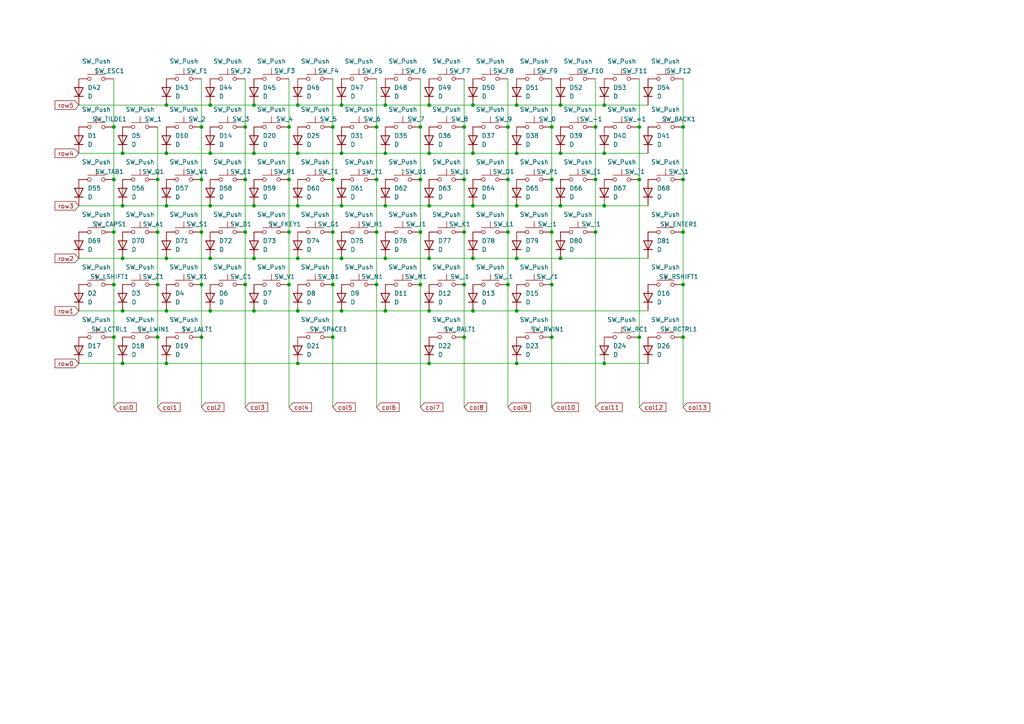
<source format=kicad_sch>
(kicad_sch (version 20231120) (generator "eeschema") (generator_version "8.0")
  (paper "A4")
  (junction (at 33.02 52.07))
  (junction (at 121.92 82.55))
  (junction (at 124.46 30.48))
  (junction (at 162.56 59.69))
  (junction (at 73.66 90.17))
  (junction (at 73.66 44.45))
  (junction (at 134.62 82.55))
  (junction (at 185.42 36.83))
  (junction (at 175.26 44.45))
  (junction (at 147.32 82.55))
  (junction (at 45.72 82.55))
  (junction (at 149.86 105.41))
  (junction (at 33.02 67.31))
  (junction (at 137.16 74.93))
  (junction (at 175.26 30.48))
  (junction (at 35.56 59.69))
  (junction (at 111.76 74.93))
  (junction (at 172.72 67.31))
  (junction (at 121.92 36.83))
  (junction (at 58.42 52.07))
  (junction (at 71.12 36.83))
  (junction (at 160.02 67.31))
  (junction (at 45.72 67.31))
  (junction (at 198.12 82.55))
  (junction (at 111.76 90.17))
  (junction (at 198.12 67.31))
  (junction (at 149.86 74.93))
  (junction (at 111.76 44.45))
  (junction (at 96.52 52.07))
  (junction (at 198.12 52.07))
  (junction (at 134.62 52.07))
  (junction (at 109.22 82.55))
  (junction (at 147.32 52.07))
  (junction (at 86.36 105.41))
  (junction (at 111.76 30.48))
  (junction (at 134.62 36.83))
  (junction (at 35.56 90.17))
  (junction (at 172.72 52.07))
  (junction (at 149.86 59.69))
  (junction (at 111.76 59.69))
  (junction (at 160.02 36.83))
  (junction (at 149.86 44.45))
  (junction (at 109.22 36.83))
  (junction (at 175.26 105.41))
  (junction (at 60.96 44.45))
  (junction (at 73.66 74.93))
  (junction (at 134.62 67.31))
  (junction (at 124.46 59.69))
  (junction (at 33.02 36.83))
  (junction (at 96.52 97.79))
  (junction (at 33.02 82.55))
  (junction (at 86.36 74.93))
  (junction (at 160.02 97.79))
  (junction (at 73.66 59.69))
  (junction (at 198.12 97.79))
  (junction (at 149.86 90.17))
  (junction (at 198.12 36.83))
  (junction (at 96.52 67.31))
  (junction (at 83.82 36.83))
  (junction (at 124.46 90.17))
  (junction (at 71.12 52.07))
  (junction (at 45.72 97.79))
  (junction (at 96.52 82.55))
  (junction (at 48.26 59.69))
  (junction (at 83.82 67.31))
  (junction (at 160.02 52.07))
  (junction (at 185.42 97.79))
  (junction (at 175.26 59.69))
  (junction (at 124.46 44.45))
  (junction (at 121.92 52.07))
  (junction (at 96.52 36.83))
  (junction (at 48.26 44.45))
  (junction (at 48.26 74.93))
  (junction (at 71.12 67.31))
  (junction (at 35.56 105.41))
  (junction (at 60.96 59.69))
  (junction (at 121.92 67.31))
  (junction (at 83.82 52.07))
  (junction (at 99.06 44.45))
  (junction (at 124.46 105.41))
  (junction (at 99.06 90.17))
  (junction (at 160.02 82.55))
  (junction (at 86.36 44.45))
  (junction (at 83.82 82.55))
  (junction (at 60.96 90.17))
  (junction (at 134.62 97.79))
  (junction (at 33.02 97.79))
  (junction (at 172.72 36.83))
  (junction (at 149.86 30.48))
  (junction (at 137.16 59.69))
  (junction (at 137.16 30.48))
  (junction (at 162.56 30.48))
  (junction (at 58.42 82.55))
  (junction (at 48.26 105.41))
  (junction (at 58.42 97.79))
  (junction (at 147.32 36.83))
  (junction (at 86.36 90.17))
  (junction (at 60.96 30.48))
  (junction (at 35.56 44.45))
  (junction (at 58.42 36.83))
  (junction (at 99.06 30.48))
  (junction (at 162.56 74.93))
  (junction (at 86.36 30.48))
  (junction (at 137.16 90.17))
  (junction (at 48.26 30.48))
  (junction (at 35.56 74.93))
  (junction (at 73.66 30.48))
  (junction (at 45.72 52.07))
  (junction (at 109.22 67.31))
  (junction (at 48.26 90.17))
  (junction (at 109.22 52.07))
  (junction (at 124.46 74.93))
  (junction (at 71.12 82.55))
  (junction (at 185.42 52.07))
  (junction (at 86.36 59.69))
  (junction (at 99.06 74.93))
  (junction (at 60.96 74.93))
  (junction (at 162.56 44.45))
  (junction (at 137.16 44.45))
  (junction (at 99.06 59.69))
  (junction (at 147.32 67.31))
  (junction (at 58.42 67.31))
  (wire (pts (xy 58.42 22.86) (xy 58.42 36.83)))
  (wire (pts (xy 147.32 52.07) (xy 147.32 67.31)))
  (wire (pts (xy 162.56 30.48) (xy 175.26 30.48)))
  (wire (pts (xy 137.16 44.45) (xy 149.86 44.45)))
  (wire (pts (xy 73.66 74.93) (xy 86.36 74.93)))
  (wire (pts (xy 86.36 90.17) (xy 99.06 90.17)))
  (wire (pts (xy 48.26 105.41) (xy 86.36 105.41)))
  (wire (pts (xy 185.42 22.86) (xy 185.42 36.83)))
  (wire (pts (xy 22.86 74.93) (xy 35.56 74.93)))
  (wire (pts (xy 172.72 22.86) (xy 172.72 36.83)))
  (wire (pts (xy 35.56 74.93) (xy 48.26 74.93)))
  (wire (pts (xy 60.96 74.93) (xy 73.66 74.93)))
  (wire (pts (xy 35.56 44.45) (xy 48.26 44.45)))
  (wire (pts (xy 96.52 97.79) (xy 96.52 118.11)))
  (wire (pts (xy 45.72 67.31) (xy 45.72 82.55)))
  (wire (pts (xy 134.62 52.07) (xy 134.62 67.31)))
  (wire (pts (xy 162.56 59.69) (xy 175.26 59.69)))
  (wire (pts (xy 134.62 82.55) (xy 134.62 97.79)))
  (wire (pts (xy 96.52 52.07) (xy 96.52 67.31)))
  (wire (pts (xy 60.96 59.69) (xy 73.66 59.69)))
  (wire (pts (xy 73.66 59.69) (xy 86.36 59.69)))
  (wire (pts (xy 35.56 90.17) (xy 48.26 90.17)))
  (wire (pts (xy 160.02 52.07) (xy 160.02 67.31)))
  (wire (pts (xy 33.02 36.83) (xy 33.02 52.07)))
  (wire (pts (xy 175.26 105.41) (xy 187.96 105.41)))
  (wire (pts (xy 48.26 44.45) (xy 60.96 44.45)))
  (wire (pts (xy 33.02 52.07) (xy 33.02 67.31)))
  (wire (pts (xy 121.92 22.86) (xy 121.92 36.83)))
  (wire (pts (xy 45.72 52.07) (xy 45.72 67.31)))
  (wire (pts (xy 58.42 52.07) (xy 58.42 67.31)))
  (wire (pts (xy 198.12 36.83) (xy 198.12 52.07)))
  (wire (pts (xy 134.62 36.83) (xy 134.62 52.07)))
  (wire (pts (xy 175.26 44.45) (xy 187.96 44.45)))
  (wire (pts (xy 73.66 90.17) (xy 86.36 90.17)))
  (wire (pts (xy 172.72 67.31) (xy 172.72 118.11)))
  (wire (pts (xy 86.36 59.69) (xy 99.06 59.69)))
  (wire (pts (xy 58.42 36.83) (xy 58.42 52.07)))
  (wire (pts (xy 149.86 90.17) (xy 187.96 90.17)))
  (wire (pts (xy 45.72 36.83) (xy 45.72 52.07)))
  (wire (pts (xy 160.02 67.31) (xy 160.02 82.55)))
  (wire (pts (xy 111.76 90.17) (xy 124.46 90.17)))
  (wire (pts (xy 86.36 74.93) (xy 99.06 74.93)))
  (wire (pts (xy 33.02 67.31) (xy 33.02 82.55)))
  (wire (pts (xy 33.02 97.79) (xy 33.02 118.11)))
  (wire (pts (xy 99.06 30.48) (xy 111.76 30.48)))
  (wire (pts (xy 175.26 30.48) (xy 187.96 30.48)))
  (wire (pts (xy 48.26 74.93) (xy 60.96 74.93)))
  (wire (pts (xy 60.96 30.48) (xy 73.66 30.48)))
  (wire (pts (xy 137.16 30.48) (xy 149.86 30.48)))
  (wire (pts (xy 86.36 30.48) (xy 99.06 30.48)))
  (wire (pts (xy 22.86 105.41) (xy 35.56 105.41)))
  (wire (pts (xy 134.62 67.31) (xy 134.62 82.55)))
  (wire (pts (xy 35.56 59.69) (xy 48.26 59.69)))
  (wire (pts (xy 121.92 36.83) (xy 121.92 52.07)))
  (wire (pts (xy 109.22 67.31) (xy 109.22 82.55)))
  (wire (pts (xy 99.06 59.69) (xy 111.76 59.69)))
  (wire (pts (xy 48.26 90.17) (xy 60.96 90.17)))
  (wire (pts (xy 198.12 82.55) (xy 198.12 97.79)))
  (wire (pts (xy 137.16 90.17) (xy 149.86 90.17)))
  (wire (pts (xy 71.12 82.55) (xy 71.12 118.11)))
  (wire (pts (xy 198.12 22.86) (xy 198.12 36.83)))
  (wire (pts (xy 48.26 30.48) (xy 60.96 30.48)))
  (wire (pts (xy 172.72 52.07) (xy 172.72 67.31)))
  (wire (pts (xy 121.92 67.31) (xy 121.92 82.55)))
  (wire (pts (xy 124.46 74.93) (xy 137.16 74.93)))
  (wire (pts (xy 185.42 52.07) (xy 185.42 97.79)))
  (wire (pts (xy 48.26 59.69) (xy 60.96 59.69)))
  (wire (pts (xy 137.16 59.69) (xy 149.86 59.69)))
  (wire (pts (xy 45.72 97.79) (xy 45.72 118.11)))
  (wire (pts (xy 22.86 44.45) (xy 35.56 44.45)))
  (wire (pts (xy 124.46 90.17) (xy 137.16 90.17)))
  (wire (pts (xy 137.16 74.93) (xy 149.86 74.93)))
  (wire (pts (xy 71.12 36.83) (xy 71.12 52.07)))
  (wire (pts (xy 124.46 30.48) (xy 137.16 30.48)))
  (wire (pts (xy 147.32 82.55) (xy 147.32 118.11)))
  (wire (pts (xy 185.42 97.79) (xy 185.42 118.11)))
  (wire (pts (xy 58.42 67.31) (xy 58.42 82.55)))
  (wire (pts (xy 83.82 22.86) (xy 83.82 36.83)))
  (wire (pts (xy 33.02 22.86) (xy 33.02 36.83)))
  (wire (pts (xy 149.86 30.48) (xy 162.56 30.48)))
  (wire (pts (xy 109.22 52.07) (xy 109.22 67.31)))
  (wire (pts (xy 45.72 82.55) (xy 45.72 97.79)))
  (wire (pts (xy 83.82 67.31) (xy 83.82 82.55)))
  (wire (pts (xy 124.46 105.41) (xy 149.86 105.41)))
  (wire (pts (xy 198.12 67.31) (xy 198.12 82.55)))
  (wire (pts (xy 124.46 59.69) (xy 137.16 59.69)))
  (wire (pts (xy 134.62 22.86) (xy 134.62 36.83)))
  (wire (pts (xy 71.12 67.31) (xy 71.12 82.55)))
  (wire (pts (xy 147.32 22.86) (xy 147.32 36.83)))
  (wire (pts (xy 198.12 97.79) (xy 198.12 118.11)))
  (wire (pts (xy 58.42 97.79) (xy 58.42 118.11)))
  (wire (pts (xy 86.36 44.45) (xy 99.06 44.45)))
  (wire (pts (xy 83.82 36.83) (xy 83.82 52.07)))
  (wire (pts (xy 149.86 44.45) (xy 162.56 44.45)))
  (wire (pts (xy 121.92 82.55) (xy 121.92 118.11)))
  (wire (pts (xy 162.56 74.93) (xy 187.96 74.93)))
  (wire (pts (xy 198.12 52.07) (xy 198.12 67.31)))
  (wire (pts (xy 175.26 59.69) (xy 187.96 59.69)))
  (wire (pts (xy 185.42 36.83) (xy 185.42 52.07)))
  (wire (pts (xy 160.02 82.55) (xy 160.02 97.79)))
  (wire (pts (xy 111.76 59.69) (xy 124.46 59.69)))
  (wire (pts (xy 86.36 105.41) (xy 124.46 105.41)))
  (wire (pts (xy 35.56 105.41) (xy 48.26 105.41)))
  (wire (pts (xy 99.06 90.17) (xy 111.76 90.17)))
  (wire (pts (xy 149.86 105.41) (xy 175.26 105.41)))
  (wire (pts (xy 109.22 82.55) (xy 109.22 118.11)))
  (wire (pts (xy 73.66 30.48) (xy 86.36 30.48)))
  (wire (pts (xy 58.42 82.55) (xy 58.42 97.79)))
  (wire (pts (xy 71.12 52.07) (xy 71.12 67.31)))
  (wire (pts (xy 160.02 36.83) (xy 160.02 52.07)))
  (wire (pts (xy 99.06 44.45) (xy 111.76 44.45)))
  (wire (pts (xy 73.66 44.45) (xy 86.36 44.45)))
  (wire (pts (xy 172.72 36.83) (xy 172.72 52.07)))
  (wire (pts (xy 147.32 36.83) (xy 147.32 52.07)))
  (wire (pts (xy 83.82 82.55) (xy 83.82 118.11)))
  (wire (pts (xy 96.52 82.55) (xy 96.52 97.79)))
  (wire (pts (xy 96.52 67.31) (xy 96.52 82.55)))
  (wire (pts (xy 162.56 44.45) (xy 175.26 44.45)))
  (wire (pts (xy 83.82 52.07) (xy 83.82 67.31)))
  (wire (pts (xy 111.76 74.93) (xy 124.46 74.93)))
  (wire (pts (xy 134.62 97.79) (xy 134.62 118.11)))
  (wire (pts (xy 160.02 97.79) (xy 160.02 118.11)))
  (wire (pts (xy 71.12 22.86) (xy 71.12 36.83)))
  (wire (pts (xy 22.86 30.48) (xy 48.26 30.48)))
  (wire (pts (xy 124.46 44.45) (xy 137.16 44.45)))
  (wire (pts (xy 149.86 59.69) (xy 162.56 59.69)))
  (wire (pts (xy 60.96 44.45) (xy 73.66 44.45)))
  (wire (pts (xy 33.02 82.55) (xy 33.02 97.79)))
  (wire (pts (xy 22.86 90.17) (xy 35.56 90.17)))
  (wire (pts (xy 99.06 74.93) (xy 111.76 74.93)))
  (wire (pts (xy 160.02 22.86) (xy 160.02 36.83)))
  (wire (pts (xy 96.52 36.83) (xy 96.52 52.07)))
  (wire (pts (xy 111.76 44.45) (xy 124.46 44.45)))
  (wire (pts (xy 111.76 30.48) (xy 124.46 30.48)))
  (wire (pts (xy 22.86 59.69) (xy 35.56 59.69)))
  (wire (pts (xy 147.32 67.31) (xy 147.32 82.55)))
  (wire (pts (xy 149.86 74.93) (xy 162.56 74.93)))
  (wire (pts (xy 96.52 22.86) (xy 96.52 36.83)))
  (wire (pts (xy 109.22 36.83) (xy 109.22 52.07)))
  (wire (pts (xy 109.22 22.86) (xy 109.22 36.83)))
  (wire (pts (xy 121.92 52.07) (xy 121.92 67.31)))
  (wire (pts (xy 60.96 90.17) (xy 73.66 90.17)))
  (global_label "row0" (shape input) (at 22.86 105.41 180) (property "Intersheetrefs" "${INTERSHEET_REFS}" (effects (hide yes))))
  (global_label "col1" (shape input) (at 45.72 118.11 0) (property "Intersheetrefs" "${INTERSHEET_REFS}" (effects (hide yes))))
  (global_label "col11" (shape input) (at 172.72 118.11 0) (property "Intersheetrefs" "${INTERSHEET_REFS}" (effects (hide yes))))
  (global_label "col13" (shape input) (at 198.12 118.11 0) (property "Intersheetrefs" "${INTERSHEET_REFS}" (effects (hide yes))))
  (global_label "row4" (shape input) (at 22.86 44.45 180) (property "Intersheetrefs" "${INTERSHEET_REFS}" (effects (hide yes))))
  (global_label "col12" (shape input) (at 185.42 118.11 0) (property "Intersheetrefs" "${INTERSHEET_REFS}" (effects (hide yes))))
  (global_label "col6" (shape input) (at 109.22 118.11 0) (property "Intersheetrefs" "${INTERSHEET_REFS}" (effects (hide yes))))
  (global_label "col10" (shape input) (at 160.02 118.11 0) (property "Intersheetrefs" "${INTERSHEET_REFS}" (effects (hide yes))))
  (global_label "row3" (shape input) (at 22.86 59.69 180) (property "Intersheetrefs" "${INTERSHEET_REFS}" (effects (hide yes))))
  (global_label "col5" (shape input) (at 96.52 118.11 0) (property "Intersheetrefs" "${INTERSHEET_REFS}" (effects (hide yes))))
  (global_label "col3" (shape input) (at 71.12 118.11 0) (property "Intersheetrefs" "${INTERSHEET_REFS}" (effects (hide yes))))
  (global_label "row1" (shape input) (at 22.86 90.17 180) (property "Intersheetrefs" "${INTERSHEET_REFS}" (effects (hide yes))))
  (global_label "col4" (shape input) (at 83.82 118.11 0) (property "Intersheetrefs" "${INTERSHEET_REFS}" (effects (hide yes))))
  (global_label "row5" (shape input) (at 22.86 30.48 180) (property "Intersheetrefs" "${INTERSHEET_REFS}" (effects (hide yes))))
  (global_label "col8" (shape input) (at 134.62 118.11 0) (property "Intersheetrefs" "${INTERSHEET_REFS}" (effects (hide yes))))
  (global_label "col7" (shape input) (at 121.92 118.11 0) (property "Intersheetrefs" "${INTERSHEET_REFS}" (effects (hide yes))))
  (global_label "col9" (shape input) (at 147.32 118.11 0) (property "Intersheetrefs" "${INTERSHEET_REFS}" (effects (hide yes))))
  (global_label "row2" (shape input) (at 22.86 74.93 180) (property "Intersheetrefs" "${INTERSHEET_REFS}" (effects (hide yes))))
  (global_label "col0" (shape input) (at 33.02 118.11 0) (property "Intersheetrefs" "${INTERSHEET_REFS}" (effects (hide yes))))
  (global_label "col2" (shape input) (at 58.42 118.11 0) (property "Intersheetrefs" "${INTERSHEET_REFS}" (effects (hide yes))))
  (symbol (lib_id "Device:D") (at 86.36 40.64 90) (unit 1)
    (property "Reference" "D25" (at 88.9 39.3699 90) (effects (justify right)))
    (property "Value" "D" (at 88.9 41.9099 90) (effects (justify right)))
    (property "Footprint" "Diode_SMD:D_0603_1608Metric" (effects (hide yes)))
    (property "Description" "Diode" (effects (hide yes)))
    (property "Sim.Device" "D" (effects (hide yes)))
    (property "Sim.Pins" "1=K 2=A" (effects (hide yes)))
  )
  (symbol (lib_id "Device:D") (at 124.46 55.88 90) (unit 1)
    (property "Reference" "D63" (at 127 54.6099 90) (effects (justify right)))
    (property "Value" "D" (at 127 57.1499 90) (effects (justify right)))
    (property "Footprint" "Diode_SMD:D_0603_1608Metric" (effects (hide yes)))
    (property "Description" "Diode" (effects (hide yes)))
    (property "Sim.Device" "D" (effects (hide yes)))
    (property "Sim.Pins" "1=K 2=A" (effects (hide yes)))
  )
  (symbol (lib_id "Device:D") (at 124.46 101.6 90) (unit 1)
    (property "Reference" "D22" (at 127 100.3299 90) (effects (justify right)))
    (property "Value" "D" (at 127 102.8699 90) (effects (justify right)))
    (property "Footprint" "Diode_SMD:D_0603_1608Metric" (effects (hide yes)))
    (property "Description" "Diode" (effects (hide yes)))
    (property "Sim.Device" "D" (effects (hide yes)))
    (property "Sim.Pins" "1=K 2=A" (effects (hide yes)))
  )
  (symbol (lib_id "Device:D") (at 35.56 101.6 90) (unit 1)
    (property "Reference" "D18" (at 38.1 100.3299 90) (effects (justify right)))
    (property "Value" "D" (at 38.1 102.8699 90) (effects (justify right)))
    (property "Footprint" "Diode_SMD:D_0603_1608Metric" (effects (hide yes)))
    (property "Description" "Diode" (effects (hide yes)))
    (property "Sim.Device" "D" (effects (hide yes)))
    (property "Sim.Pins" "1=K 2=A" (effects (hide yes)))
  )
  (symbol (lib_id "Device:D") (at 124.46 40.64 90) (unit 1)
    (property "Reference" "D36" (at 127 39.3699 90) (effects (justify right)))
    (property "Value" "D" (at 127 41.9099 90) (effects (justify right)))
    (property "Footprint" "Diode_SMD:D_0603_1608Metric" (effects (hide yes)))
    (property "Description" "Diode" (effects (hide yes)))
    (property "Sim.Device" "D" (effects (hide yes)))
    (property "Sim.Pins" "1=K 2=A" (effects (hide yes)))
  )
  (symbol (lib_id "Device:D") (at 99.06 40.64 90) (unit 1)
    (property "Reference" "D31" (at 101.6 39.3699 90) (effects (justify right)))
    (property "Value" "D" (at 101.6 41.9099 90) (effects (justify right)))
    (property "Footprint" "Diode_SMD:D_0603_1608Metric" (effects (hide yes)))
    (property "Description" "Diode" (effects (hide yes)))
    (property "Sim.Device" "D" (effects (hide yes)))
    (property "Sim.Pins" "1=K 2=A" (effects (hide yes)))
  )
  (symbol (lib_id "Switch:SW_Push") (at 116.84 67.31 0) (unit 1)
    (property "Reference" "SW_J1" (at 120.65 65.024 0))
    (property "Value" "SW_Push" (at 116.84 62.23 0))
    (property "Footprint" "PCM_Switch_Keyboard_Cherry_MX:SW_Cherry_MX_PCB_1.00u" (effects (hide yes)))
    (property "Description" "Push button switch, generic, two pins" (effects (hide yes)))
  )
  (symbol (lib_id "Switch:SW_Push") (at 193.04 52.07 0) (unit 1)
    (property "Reference" "SW_\\1" (at 196.85 49.784 0))
    (property "Value" "SW_Push" (at 193.04 46.99 0))
    (property "Footprint" "Button_Switch_Keyboard:SW_Cherry_MX_1.50u_PCB" (effects (hide yes)))
    (property "Description" "Push button switch, generic, two pins" (effects (hide yes)))
  )
  (symbol (lib_id "Device:D") (at 73.66 55.88 90) (unit 1)
    (property "Reference" "D59" (at 76.2 54.6099 90) (effects (justify right)))
    (property "Value" "D" (at 76.2 57.1499 90) (effects (justify right)))
    (property "Footprint" "Diode_SMD:D_0603_1608Metric" (effects (hide yes)))
    (property "Description" "Diode" (effects (hide yes)))
    (property "Sim.Device" "D" (effects (hide yes)))
    (property "Sim.Pins" "1=K 2=A" (effects (hide yes)))
  )
  (symbol (lib_id "Device:D") (at 111.76 55.88 90) (unit 1)
    (property "Reference" "D62" (at 114.3 54.6099 90) (effects (justify right)))
    (property "Value" "D" (at 114.3 57.1499 90) (effects (justify right)))
    (property "Footprint" "Diode_SMD:D_0603_1608Metric" (effects (hide yes)))
    (property "Description" "Diode" (effects (hide yes)))
    (property "Sim.Device" "D" (effects (hide yes)))
    (property "Sim.Pins" "1=K 2=A" (effects (hide yes)))
  )
  (symbol (lib_id "Device:D") (at 35.56 40.64 90) (unit 1)
    (property "Reference" "D5" (at 38.1 39.3699 90) (effects (justify right)))
    (property "Value" "D" (at 38.1 41.9099 90) (effects (justify right)))
    (property "Footprint" "Diode_SMD:D_0603_1608Metric" (effects (hide yes)))
    (property "Description" "Diode" (effects (hide yes)))
    (property "Sim.Device" "D" (effects (hide yes)))
    (property "Sim.Pins" "1=K 2=A" (effects (hide yes)))
  )
  (symbol (lib_id "Device:D") (at 73.66 26.67 90) (unit 1)
    (property "Reference" "D45" (at 76.2 25.3999 90) (effects (justify right)))
    (property "Value" "D" (at 76.2 27.9399 90) (effects (justify right)))
    (property "Footprint" "Diode_SMD:D_0603_1608Metric" (effects (hide yes)))
    (property "Description" "Diode" (effects (hide yes)))
    (property "Sim.Device" "D" (effects (hide yes)))
    (property "Sim.Pins" "1=K 2=A" (effects (hide yes)))
  )
  (symbol (lib_id "Device:D") (at 124.46 71.12 90) (unit 1)
    (property "Reference" "D77" (at 127 69.8499 90) (effects (justify right)))
    (property "Value" "D" (at 127 72.3899 90) (effects (justify right)))
    (property "Footprint" "Diode_SMD:D_0603_1608Metric" (effects (hide yes)))
    (property "Description" "Diode" (effects (hide yes)))
    (property "Sim.Device" "D" (effects (hide yes)))
    (property "Sim.Pins" "1=K 2=A" (effects (hide yes)))
  )
  (symbol (lib_id "Device:D") (at 187.96 40.64 90) (unit 1)
    (property "Reference" "D41" (at 190.5 39.3699 90) (effects (justify right)))
    (property "Value" "D" (at 190.5 41.9099 90) (effects (justify right)))
    (property "Footprint" "Diode_SMD:D_0603_1608Metric" (effects (hide yes)))
    (property "Description" "Diode" (effects (hide yes)))
    (property "Sim.Device" "D" (effects (hide yes)))
    (property "Sim.Pins" "1=K 2=A" (effects (hide yes)))
  )
  (symbol (lib_id "Switch:SW_Push") (at 104.14 67.31 0) (unit 1)
    (property "Reference" "SW_H1" (at 107.95 65.024 0))
    (property "Value" "SW_Push" (at 104.14 62.23 0))
    (property "Footprint" "PCM_Switch_Keyboard_Cherry_MX:SW_Cherry_MX_PCB_1.00u" (effects (hide yes)))
    (property "Description" "Push button switch, generic, two pins" (effects (hide yes)))
  )
  (symbol (lib_id "Switch:SW_Push") (at 193.04 36.83 0) (unit 1)
    (property "Reference" "SW_BACK1" (at 196.85 34.544 0))
    (property "Value" "SW_Push" (at 193.04 31.75 0))
    (property "Footprint" "Button_Switch_Keyboard:SW_Cherry_MX_2.00u_PCB" (effects (hide yes)))
    (property "Description" "Push button switch, generic, two pins" (effects (hide yes)))
  )
  (symbol (lib_id "Switch:SW_Push") (at 167.64 22.86 0) (unit 1)
    (property "Reference" "SW_F10" (at 171.45 20.574 0))
    (property "Value" "SW_Push" (at 167.64 17.78 0))
    (property "Footprint" "PCM_Switch_Keyboard_Cherry_MX:SW_Cherry_MX_PCB_1.00u" (effects (hide yes)))
    (property "Description" "Push button switch, generic, two pins" (effects (hide yes)))
  )
  (symbol (lib_id "Switch:SW_Push") (at 142.24 36.83 0) (unit 1)
    (property "Reference" "SW_9" (at 146.05 34.544 0))
    (property "Value" "SW_Push" (at 142.24 31.75 0))
    (property "Footprint" "PCM_Switch_Keyboard_Cherry_MX:SW_Cherry_MX_PCB_1.00u" (effects (hide yes)))
    (property "Description" "Push button switch, generic, two pins" (effects (hide yes)))
  )
  (symbol (lib_id "Switch:SW_Push") (at 129.54 22.86 0) (unit 1)
    (property "Reference" "SW_F7" (at 133.35 20.574 0))
    (property "Value" "SW_Push" (at 129.54 17.78 0))
    (property "Footprint" "PCM_Switch_Keyboard_Cherry_MX:SW_Cherry_MX_PCB_1.00u" (effects (hide yes)))
    (property "Description" "Push button switch, generic, two pins" (effects (hide yes)))
  )
  (symbol (lib_id "Device:D") (at 48.26 40.64 90) (unit 1)
    (property "Reference" "D10" (at 50.8 39.3699 90) (effects (justify right)))
    (property "Value" "D" (at 50.8 41.9099 90) (effects (justify right)))
    (property "Footprint" "Diode_SMD:D_0603_1608Metric" (effects (hide yes)))
    (property "Description" "Diode" (effects (hide yes)))
    (property "Sim.Device" "D" (effects (hide yes)))
    (property "Sim.Pins" "1=K 2=A" (effects (hide yes)))
  )
  (symbol (lib_id "Device:D") (at 175.26 40.64 90) (unit 1)
    (property "Reference" "D40" (at 177.8 39.3699 90) (effects (justify right)))
    (property "Value" "D" (at 177.8 41.9099 90) (effects (justify right)))
    (property "Footprint" "Diode_SMD:D_0603_1608Metric" (effects (hide yes)))
    (property "Description" "Diode" (effects (hide yes)))
    (property "Sim.Device" "D" (effects (hide yes)))
    (property "Sim.Pins" "1=K 2=A" (effects (hide yes)))
  )
  (symbol (lib_id "Device:D") (at 137.16 86.36 90) (unit 1)
    (property "Reference" "D13" (at 139.7 85.0899 90) (effects (justify right)))
    (property "Value" "D" (at 139.7 87.6299 90) (effects (justify right)))
    (property "Footprint" "Diode_SMD:D_0603_1608Metric" (effects (hide yes)))
    (property "Description" "Diode" (effects (hide yes)))
    (property "Sim.Device" "D" (effects (hide yes)))
    (property "Sim.Pins" "1=K 2=A" (effects (hide yes)))
  )
  (symbol (lib_id "Switch:SW_Push") (at 91.44 52.07 0) (unit 1)
    (property "Reference" "SW_T1" (at 95.25 49.784 0))
    (property "Value" "SW_Push" (at 91.44 46.99 0))
    (property "Footprint" "PCM_Switch_Keyboard_Cherry_MX:SW_Cherry_MX_PCB_1.00u" (effects (hide yes)))
    (property "Description" "Push button switch, generic, two pins" (effects (hide yes)))
  )
  (symbol (lib_id "Device:D") (at 60.96 26.67 90) (unit 1)
    (property "Reference" "D44" (at 63.5 25.3999 90) (effects (justify right)))
    (property "Value" "D" (at 63.5 27.9399 90) (effects (justify right)))
    (property "Footprint" "Diode_SMD:D_0603_1608Metric" (effects (hide yes)))
    (property "Description" "Diode" (effects (hide yes)))
    (property "Sim.Device" "D" (effects (hide yes)))
    (property "Sim.Pins" "1=K 2=A" (effects (hide yes)))
  )
  (symbol (lib_id "Device:D") (at 73.66 40.64 90) (unit 1)
    (property "Reference" "D20" (at 76.2 39.3699 90) (effects (justify right)))
    (property "Value" "D" (at 76.2 41.9099 90) (effects (justify right)))
    (property "Footprint" "Diode_SMD:D_0603_1608Metric" (effects (hide yes)))
    (property "Description" "Diode" (effects (hide yes)))
    (property "Sim.Device" "D" (effects (hide yes)))
    (property "Sim.Pins" "1=K 2=A" (effects (hide yes)))
  )
  (symbol (lib_id "Switch:SW_Push") (at 180.34 97.79 0) (unit 1)
    (property "Reference" "SW_RC1" (at 184.15 95.504 0))
    (property "Value" "SW_Push" (at 180.34 92.71 0))
    (property "Footprint" "Button_Switch_Keyboard:SW_Cherry_MX_1.25u_PCB" (effects (hide yes)))
    (property "Description" "Push button switch, generic, two pins" (effects (hide yes)))
  )
  (symbol (lib_id "Device:D") (at 149.86 86.36 90) (unit 1)
    (property "Reference" "D15" (at 152.4 85.0899 90) (effects (justify right)))
    (property "Value" "D" (at 152.4 87.6299 90) (effects (justify right)))
    (property "Footprint" "Diode_SMD:D_0603_1608Metric" (effects (hide yes)))
    (property "Description" "Diode" (effects (hide yes)))
    (property "Sim.Device" "D" (effects (hide yes)))
    (property "Sim.Pins" "1=K 2=A" (effects (hide yes)))
  )
  (symbol (lib_id "Switch:SW_Push") (at 66.04 82.55 0) (unit 1)
    (property "Reference" "SW_C1" (at 69.85 80.264 0))
    (property "Value" "SW_Push" (at 66.04 77.47 0))
    (property "Footprint" "PCM_Switch_Keyboard_Cherry_MX:SW_Cherry_MX_PCB_1.00u" (effects (hide yes)))
    (property "Description" "Push button switch, generic, two pins" (effects (hide yes)))
  )
  (symbol (lib_id "Switch:SW_Push") (at 129.54 82.55 0) (unit 1)
    (property "Reference" "SW_,1" (at 133.35 80.264 0))
    (property "Value" "SW_Push" (at 129.54 77.47 0))
    (property "Footprint" "PCM_Switch_Keyboard_Cherry_MX:SW_Cherry_MX_PCB_1.00u" (effects (hide yes)))
    (property "Description" "Push button switch, generic, two pins" (effects (hide yes)))
  )
  (symbol (lib_id "Switch:SW_Push") (at 193.04 22.86 0) (unit 1)
    (property "Reference" "SW_F12" (at 196.85 20.574 0))
    (property "Value" "SW_Push" (at 193.04 17.78 0))
    (property "Footprint" "PCM_Switch_Keyboard_Cherry_MX:SW_Cherry_MX_PCB_1.00u" (effects (hide yes)))
    (property "Description" "Push button switch, generic, two pins" (effects (hide yes)))
  )
  (symbol (lib_id "Switch:SW_Push") (at 104.14 22.86 0) (unit 1)
    (property "Reference" "SW_F5" (at 107.95 20.574 0))
    (property "Value" "SW_Push" (at 104.14 17.78 0))
    (property "Footprint" "PCM_Switch_Keyboard_Cherry_MX:SW_Cherry_MX_PCB_1.00u" (effects (hide yes)))
    (property "Description" "Push button switch, generic, two pins" (effects (hide yes)))
  )
  (symbol (lib_id "Device:D") (at 22.86 40.64 90) (unit 1)
    (property "Reference" "D1" (at 25.4 39.3699 90) (effects (justify right)))
    (property "Value" "D" (at 25.4 41.9099 90) (effects (justify right)))
    (property "Footprint" "Diode_SMD:D_0603_1608Metric" (effects (hide yes)))
    (property "Description" "Diode" (effects (hide yes)))
    (property "Sim.Device" "D" (effects (hide yes)))
    (property "Sim.Pins" "1=K 2=A" (effects (hide yes)))
  )
  (symbol (lib_id "Device:D") (at 86.36 86.36 90) (unit 1)
    (property "Reference" "D8" (at 88.9 85.0899 90) (effects (justify right)))
    (property "Value" "D" (at 88.9 87.6299 90) (effects (justify right)))
    (property "Footprint" "Diode_SMD:D_0603_1608Metric" (effects (hide yes)))
    (property "Description" "Diode" (effects (hide yes)))
    (property "Sim.Device" "D" (effects (hide yes)))
    (property "Sim.Pins" "1=K 2=A" (effects (hide yes)))
  )
  (symbol (lib_id "Switch:SW_Push") (at 53.34 22.86 0) (unit 1)
    (property "Reference" "SW_F1" (at 57.15 20.574 0))
    (property "Value" "SW_Push" (at 53.34 17.78 0))
    (property "Footprint" "PCM_Switch_Keyboard_Cherry_MX:SW_Cherry_MX_PCB_1.00u" (effects (hide yes)))
    (property "Description" "Push button switch, generic, two pins" (effects (hide yes)))
  )
  (symbol (lib_id "Switch:SW_Push") (at 91.44 97.79 0) (unit 1)
    (property "Reference" "SW_SPACE1" (at 95.25 95.504 0))
    (property "Value" "SW_Push" (at 91.44 92.71 0))
    (property "Footprint" "Button_Switch_Keyboard:SW_Cherry_MX_6.25u_PCB" (effects (hide yes)))
    (property "Description" "Push button switch, generic, two pins" (effects (hide yes)))
  )
  (symbol (lib_id "Switch:SW_Push") (at 78.74 22.86 0) (unit 1)
    (property "Reference" "SW_F3" (at 82.55 20.574 0))
    (property "Value" "SW_Push" (at 78.74 17.78 0))
    (property "Footprint" "PCM_Switch_Keyboard_Cherry_MX:SW_Cherry_MX_PCB_1.00u" (effects (hide yes)))
    (property "Description" "Push button switch, generic, two pins" (effects (hide yes)))
  )
  (symbol (lib_id "Device:D") (at 187.96 55.88 90) (unit 1)
    (property "Reference" "D68" (at 190.5 54.6099 90) (effects (justify right)))
    (property "Value" "D" (at 190.5 57.1499 90) (effects (justify right)))
    (property "Footprint" "Diode_SMD:D_0603_1608Metric" (effects (hide yes)))
    (property "Description" "Diode" (effects (hide yes)))
    (property "Sim.Device" "D" (effects (hide yes)))
    (property "Sim.Pins" "1=K 2=A" (effects (hide yes)))
  )
  (symbol (lib_id "Device:D") (at 48.26 55.88 90) (unit 1)
    (property "Reference" "D57" (at 50.8 54.6099 90) (effects (justify right)))
    (property "Value" "D" (at 50.8 57.1499 90) (effects (justify right)))
    (property "Footprint" "Diode_SMD:D_0603_1608Metric" (effects (hide yes)))
    (property "Description" "Diode" (effects (hide yes)))
    (property "Sim.Device" "D" (effects (hide yes)))
    (property "Sim.Pins" "1=K 2=A" (effects (hide yes)))
  )
  (symbol (lib_id "Device:D") (at 60.96 55.88 90) (unit 1)
    (property "Reference" "D58" (at 63.5 54.6099 90) (effects (justify right)))
    (property "Value" "D" (at 63.5 57.1499 90) (effects (justify right)))
    (property "Footprint" "Diode_SMD:D_0603_1608Metric" (effects (hide yes)))
    (property "Description" "Diode" (effects (hide yes)))
    (property "Sim.Device" "D" (effects (hide yes)))
    (property "Sim.Pins" "1=K 2=A" (effects (hide yes)))
  )
  (symbol (lib_id "Switch:SW_Push") (at 66.04 22.86 0) (unit 1)
    (property "Reference" "SW_F2" (at 69.85 20.574 0))
    (property "Value" "SW_Push" (at 66.04 17.78 0))
    (property "Footprint" "PCM_Switch_Keyboard_Cherry_MX:SW_Cherry_MX_PCB_1.00u" (effects (hide yes)))
    (property "Description" "Push button switch, generic, two pins" (effects (hide yes)))
  )
  (symbol (lib_id "Device:D") (at 22.86 86.36 90) (unit 1)
    (property "Reference" "D2" (at 25.4 85.0899 90) (effects (justify right)))
    (property "Value" "D" (at 25.4 87.6299 90) (effects (justify right)))
    (property "Footprint" "Diode_SMD:D_0603_1608Metric" (effects (hide yes)))
    (property "Description" "Diode" (effects (hide yes)))
    (property "Sim.Device" "D" (effects (hide yes)))
    (property "Sim.Pins" "1=K 2=A" (effects (hide yes)))
  )
  (symbol (lib_id "Device:D") (at 22.86 26.67 90) (unit 1)
    (property "Reference" "D42" (at 25.4 25.3999 90) (effects (justify right)))
    (property "Value" "D" (at 25.4 27.9399 90) (effects (justify right)))
    (property "Footprint" "Diode_SMD:D_0603_1608Metric" (effects (hide yes)))
    (property "Description" "Diode" (effects (hide yes)))
    (property "Sim.Device" "D" (effects (hide yes)))
    (property "Sim.Pins" "1=K 2=A" (effects (hide yes)))
  )
  (symbol (lib_id "Switch:SW_Push") (at 154.94 82.55 0) (unit 1)
    (property "Reference" "SW_/1" (at 158.75 80.264 0))
    (property "Value" "SW_Push" (at 154.94 77.47 0))
    (property "Footprint" "PCM_Switch_Keyboard_Cherry_MX:SW_Cherry_MX_PCB_1.00u" (effects (hide yes)))
    (property "Description" "Push button switch, generic, two pins" (effects (hide yes)))
  )
  (symbol (lib_id "Device:D") (at 22.86 101.6 90) (unit 1)
    (property "Reference" "D17" (at 25.4 100.3299 90) (effects (justify right)))
    (property "Value" "D" (at 25.4 102.8699 90) (effects (justify right)))
    (property "Footprint" "Diode_SMD:D_0603_1608Metric" (effects (hide yes)))
    (property "Description" "Diode" (effects (hide yes)))
    (property "Sim.Device" "D" (effects (hide yes)))
    (property "Sim.Pins" "1=K 2=A" (effects (hide yes)))
  )
  (symbol (lib_id "Switch:SW_Push") (at 91.44 22.86 0) (unit 1)
    (property "Reference" "SW_F4" (at 95.25 20.574 0))
    (property "Value" "SW_Push" (at 91.44 17.78 0))
    (property "Footprint" "PCM_Switch_Keyboard_Cherry_MX:SW_Cherry_MX_PCB_1.00u" (effects (hide yes)))
    (property "Description" "Push button switch, generic, two pins" (effects (hide yes)))
  )
  (symbol (lib_id "Switch:SW_Push") (at 40.64 67.31 0) (unit 1)
    (property "Reference" "SW_A1" (at 44.45 65.024 0))
    (property "Value" "SW_Push" (at 40.64 62.23 0))
    (property "Footprint" "PCM_Switch_Keyboard_Cherry_MX:SW_Cherry_MX_PCB_1.00u" (effects (hide yes)))
    (property "Description" "Push button switch, generic, two pins" (effects (hide yes)))
  )
  (symbol (lib_id "Switch:SW_Push") (at 180.34 36.83 0) (unit 1)
    (property "Reference" "SW_=1" (at 184.15 34.544 0))
    (property "Value" "SW_Push" (at 180.34 31.75 0))
    (property "Footprint" "PCM_Switch_Keyboard_Cherry_MX:SW_Cherry_MX_PCB_1.00u" (effects (hide yes)))
    (property "Description" "Push button switch, generic, two pins" (effects (hide yes)))
  )
  (symbol (lib_id "Switch:SW_Push") (at 91.44 82.55 0) (unit 1)
    (property "Reference" "SW_B1" (at 95.25 80.264 0))
    (property "Value" "SW_Push" (at 91.44 77.47 0))
    (property "Footprint" "PCM_Switch_Keyboard_Cherry_MX:SW_Cherry_MX_PCB_1.00u" (effects (hide yes)))
    (property "Description" "Push button switch, generic, two pins" (effects (hide yes)))
  )
  (symbol (lib_id "Device:D") (at 137.16 71.12 90) (unit 1)
    (property "Reference" "D78" (at 139.7 69.8499 90) (effects (justify right)))
    (property "Value" "D" (at 139.7 72.3899 90) (effects (justify right)))
    (property "Footprint" "Diode_SMD:D_0603_1608Metric" (effects (hide yes)))
    (property "Description" "Diode" (effects (hide yes)))
    (property "Sim.Device" "D" (effects (hide yes)))
    (property "Sim.Pins" "1=K 2=A" (effects (hide yes)))
  )
  (symbol (lib_id "Switch:SW_Push") (at 180.34 22.86 0) (unit 1)
    (property "Reference" "SW_F11" (at 184.15 20.574 0))
    (property "Value" "SW_Push" (at 180.34 17.78 0))
    (property "Footprint" "PCM_Switch_Keyboard_Cherry_MX:SW_Cherry_MX_PCB_1.00u" (effects (hide yes)))
    (property "Description" "Push button switch, generic, two pins" (effects (hide yes)))
  )
  (symbol (lib_id "Switch:SW_Push") (at 167.64 67.31 0) (unit 1)
    (property "Reference" "SW_'1" (at 171.45 65.024 0))
    (property "Value" "SW_Push" (at 167.64 62.23 0))
    (property "Footprint" "PCM_Switch_Keyboard_Cherry_MX:SW_Cherry_MX_PCB_1.00u" (effects (hide yes)))
    (property "Description" "Push button switch, generic, two pins" (effects (hide yes)))
  )
  (symbol (lib_id "Device:D") (at 60.96 86.36 90) (unit 1)
    (property "Reference" "D6" (at 63.5 85.0899 90) (effects (justify right)))
    (property "Value" "D" (at 63.5 87.6299 90) (effects (justify right)))
    (property "Footprint" "Diode_SMD:D_0603_1608Metric" (effects (hide yes)))
    (property "Description" "Diode" (effects (hide yes)))
    (property "Sim.Device" "D" (effects (hide yes)))
    (property "Sim.Pins" "1=K 2=A" (effects (hide yes)))
  )
  (symbol (lib_id "Device:D") (at 175.26 101.6 90) (unit 1)
    (property "Reference" "D24" (at 177.8 100.3299 90) (effects (justify right)))
    (property "Value" "D" (at 177.8 102.8699 90) (effects (justify right)))
    (property "Footprint" "Diode_SMD:D_0603_1608Metric" (effects (hide yes)))
    (property "Description" "Diode" (effects (hide yes)))
    (property "Sim.Device" "D" (effects (hide yes)))
    (property "Sim.Pins" "1=K 2=A" (effects (hide yes)))
  )
  (symbol (lib_id "Device:D") (at 48.26 86.36 90) (unit 1)
    (property "Reference" "D4" (at 50.8 85.0899 90) (effects (justify right)))
    (property "Value" "D" (at 50.8 87.6299 90) (effects (justify right)))
    (property "Footprint" "Diode_SMD:D_0603_1608Metric" (effects (hide yes)))
    (property "Description" "Diode" (effects (hide yes)))
    (property "Sim.Device" "D" (effects (hide yes)))
    (property "Sim.Pins" "1=K 2=A" (effects (hide yes)))
  )
  (symbol (lib_id "Device:D") (at 35.56 71.12 90) (unit 1)
    (property "Reference" "D70" (at 38.1 69.8499 90) (effects (justify right)))
    (property "Value" "D" (at 38.1 72.3899 90) (effects (justify right)))
    (property "Footprint" "Diode_SMD:D_0603_1608Metric" (effects (hide yes)))
    (property "Description" "Diode" (effects (hide yes)))
    (property "Sim.Device" "D" (effects (hide yes)))
    (property "Sim.Pins" "1=K 2=A" (effects (hide yes)))
  )
  (symbol (lib_id "Switch:SW_Push") (at 104.14 52.07 0) (unit 1)
    (property "Reference" "SW_Y1" (at 107.95 49.784 0))
    (property "Value" "SW_Push" (at 104.14 46.99 0))
    (property "Footprint" "PCM_Switch_Keyboard_Cherry_MX:SW_Cherry_MX_PCB_1.00u" (effects (hide yes)))
    (property "Description" "Push button switch, generic, two pins" (effects (hide yes)))
  )
  (symbol (lib_id "Device:D") (at 187.96 101.6 90) (unit 1)
    (property "Reference" "D26" (at 190.5 100.3299 90) (effects (justify right)))
    (property "Value" "D" (at 190.5 102.8699 90) (effects (justify right)))
    (property "Footprint" "Diode_SMD:D_0603_1608Metric" (effects (hide yes)))
    (property "Description" "Diode" (effects (hide yes)))
    (property "Sim.Device" "D" (effects (hide yes)))
    (property "Sim.Pins" "1=K 2=A" (effects (hide yes)))
  )
  (symbol (lib_id "Device:D") (at 187.96 86.36 90) (unit 1)
    (property "Reference" "D16" (at 190.5 85.0899 90) (effects (justify right)))
    (property "Value" "D" (at 190.5 87.6299 90) (effects (justify right)))
    (property "Footprint" "Diode_SMD:D_0603_1608Metric" (effects (hide yes)))
    (property "Description" "Diode" (effects (hide yes)))
    (property "Sim.Device" "D" (effects (hide yes)))
    (property "Sim.Pins" "1=K 2=A" (effects (hide yes)))
  )
  (symbol (lib_id "Switch:SW_Push") (at 167.64 52.07 0) (unit 1)
    (property "Reference" "SW_[1" (at 171.45 49.784 0))
    (property "Value" "SW_Push" (at 167.64 46.99 0))
    (property "Footprint" "PCM_Switch_Keyboard_Cherry_MX:SW_Cherry_MX_PCB_1.00u" (effects (hide yes)))
    (property "Description" "Push button switch, generic, two pins" (effects (hide yes)))
  )
  (symbol (lib_id "Device:D") (at 35.56 86.36 90) (unit 1)
    (property "Reference" "D3" (at 38.1 85.0899 90) (effects (justify right)))
    (property "Value" "D" (at 38.1 87.6299 90) (effects (justify right)))
    (property "Footprint" "Diode_SMD:D_0603_1608Metric" (effects (hide yes)))
    (property "Description" "Diode" (effects (hide yes)))
    (property "Sim.Device" "D" (effects (hide yes)))
    (property "Sim.Pins" "1=K 2=A" (effects (hide yes)))
  )
  (symbol (lib_id "Device:D") (at 187.96 26.67 90) (unit 1)
    (property "Reference" "D54" (at 190.5 25.3999 90) (effects (justify right)))
    (property "Value" "D" (at 190.5 27.9399 90) (effects (justify right)))
    (property "Footprint" "Diode_SMD:D_0603_1608Metric" (effects (hide yes)))
    (property "Description" "Diode" (effects (hide yes)))
    (property "Sim.Device" "D" (effects (hide yes)))
    (property "Sim.Pins" "1=K 2=A" (effects (hide yes)))
  )
  (symbol (lib_id "Switch:SW_Push") (at 53.34 67.31 0) (unit 1)
    (property "Reference" "SW_S1" (at 57.15 65.024 0))
    (property "Value" "SW_Push" (at 53.34 62.23 0))
    (property "Footprint" "PCM_Switch_Keyboard_Cherry_MX:SW_Cherry_MX_PCB_1.00u" (effects (hide yes)))
    (property "Description" "Push button switch, generic, two pins" (effects (hide yes)))
  )
  (symbol (lib_id "Switch:SW_Push") (at 129.54 97.79 0) (unit 1)
    (property "Reference" "SW_RALT1" (at 133.35 95.504 0))
    (property "Value" "SW_Push" (at 129.54 92.71 0))
    (property "Footprint" "Button_Switch_Keyboard:SW_Cherry_MX_1.25u_PCB" (effects (hide yes)))
    (property "Description" "Push button switch, generic, two pins" (effects (hide yes)))
  )
  (symbol (lib_id "Switch:SW_Push") (at 27.94 97.79 0) (unit 1)
    (property "Reference" "SW_LCTRL1" (at 31.75 95.504 0))
    (property "Value" "SW_Push" (at 27.94 92.71 0))
    (property "Footprint" "Button_Switch_Keyboard:SW_Cherry_MX_1.25u_PCB" (effects (hide yes)))
    (property "Description" "Push button switch, generic, two pins" (effects (hide yes)))
  )
  (symbol (lib_id "Switch:SW_Push") (at 91.44 36.83 0) (unit 1)
    (property "Reference" "SW_5" (at 95.25 34.544 0))
    (property "Value" "SW_Push" (at 91.44 31.75 0))
    (property "Footprint" "PCM_Switch_Keyboard_Cherry_MX:SW_Cherry_MX_PCB_1.00u" (effects (hide yes)))
    (property "Description" "Push button switch, generic, two pins" (effects (hide yes)))
  )
  (symbol (lib_id "Switch:SW_Push") (at 66.04 67.31 0) (unit 1)
    (property "Reference" "SW_D1" (at 69.85 65.024 0))
    (property "Value" "SW_Push" (at 66.04 62.23 0))
    (property "Footprint" "PCM_Switch_Keyboard_Cherry_MX:SW_Cherry_MX_PCB_1.00u" (effects (hide yes)))
    (property "Description" "Push button switch, generic, two pins" (effects (hide yes)))
  )
  (symbol (lib_id "Device:D") (at 137.16 40.64 90) (unit 1)
    (property "Reference" "D37" (at 139.7 39.3699 90) (effects (justify right)))
    (property "Value" "D" (at 139.7 41.9099 90) (effects (justify right)))
    (property "Footprint" "Diode_SMD:D_0603_1608Metric" (effects (hide yes)))
    (property "Description" "Diode" (effects (hide yes)))
    (property "Sim.Device" "D" (effects (hide yes)))
    (property "Sim.Pins" "1=K 2=A" (effects (hide yes)))
  )
  (symbol (lib_id "Switch:SW_Push") (at 104.14 82.55 0) (unit 1)
    (property "Reference" "SW_N1" (at 107.95 80.264 0))
    (property "Value" "SW_Push" (at 104.14 77.47 0))
    (property "Footprint" "PCM_Switch_Keyboard_Cherry_MX:SW_Cherry_MX_PCB_1.00u" (effects (hide yes)))
    (property "Description" "Push button switch, generic, two pins" (effects (hide yes)))
  )
  (symbol (lib_id "Switch:SW_Push") (at 53.34 36.83 0) (unit 1)
    (property "Reference" "SW_2" (at 57.15 34.544 0))
    (property "Value" "SW_Push" (at 53.34 31.75 0))
    (property "Footprint" "PCM_Switch_Keyboard_Cherry_MX:SW_Cherry_MX_PCB_1.00u" (effects (hide yes)))
    (property "Description" "Push button switch, generic, two pins" (effects (hide yes)))
  )
  (symbol (lib_id "Switch:SW_Push") (at 53.34 97.79 0) (unit 1)
    (property "Reference" "SW_LALT1" (at 57.15 95.504 0))
    (property "Value" "SW_Push" (at 53.34 92.71 0))
    (property "Footprint" "Button_Switch_Keyboard:SW_Cherry_MX_1.25u_PCB" (effects (hide yes)))
    (property "Description" "Push button switch, generic, two pins" (effects (hide yes)))
  )
  (symbol (lib_id "Device:D") (at 48.26 26.67 90) (unit 1)
    (property "Reference" "D43" (at 50.8 25.3999 90) (effects (justify right)))
    (property "Value" "D" (at 50.8 27.9399 90) (effects (justify right)))
    (property "Footprint" "Diode_SMD:D_0603_1608Metric" (effects (hide yes)))
    (property "Description" "Diode" (effects (hide yes)))
    (property "Sim.Device" "D" (effects (hide yes)))
    (property "Sim.Pins" "1=K 2=A" (effects (hide yes)))
  )
  (symbol (lib_id "Device:D") (at 187.96 71.12 90) (unit 1)
    (property "Reference" "D81" (at 190.5 69.8499 90) (effects (justify right)))
    (property "Value" "D" (at 190.5 72.3899 90) (effects (justify right)))
    (property "Footprint" "Diode_SMD:D_0603_1608Metric" (effects (hide yes)))
    (property "Description" "Diode" (effects (hide yes)))
    (property "Sim.Device" "D" (effects (hide yes)))
    (property "Sim.Pins" "1=K 2=A" (effects (hide yes)))
  )
  (symbol (lib_id "Switch:SW_Push") (at 154.94 52.07 0) (unit 1)
    (property "Reference" "SW_P1" (at 158.75 49.784 0))
    (property "Value" "SW_Push" (at 154.94 46.99 0))
    (property "Footprint" "PCM_Switch_Keyboard_Cherry_MX:SW_Cherry_MX_PCB_1.00u" (effects (hide yes)))
    (property "Description" "Push button switch, generic, two pins" (effects (hide yes)))
  )
  (symbol (lib_id "Device:D") (at 86.36 101.6 90) (unit 1)
    (property "Reference" "D21" (at 88.9 100.3299 90) (effects (justify right)))
    (property "Value" "D" (at 88.9 102.8699 90) (effects (justify right)))
    (property "Footprint" "Diode_SMD:D_0603_1608Metric" (effects (hide yes)))
    (property "Description" "Diode" (effects (hide yes)))
    (property "Sim.Device" "D" (effects (hide yes)))
    (property "Sim.Pins" "1=K 2=A" (effects (hide yes)))
  )
  (symbol (lib_id "Switch:SW_Push") (at 154.94 67.31 0) (unit 1)
    (property "Reference" "SW_;1" (at 158.75 65.024 0))
    (property "Value" "SW_Push" (at 154.94 62.23 0))
    (property "Footprint" "PCM_Switch_Keyboard_Cherry_MX:SW_Cherry_MX_PCB_1.00u" (effects (hide yes)))
    (property "Description" "Push button switch, generic, two pins" (effects (hide yes)))
  )
  (symbol (lib_id "Switch:SW_Push") (at 27.94 22.86 0) (unit 1)
    (property "Reference" "SW_ESC1" (at 31.75 20.574 0))
    (property "Value" "SW_Push" (at 27.94 17.78 0))
    (property "Footprint" "PCM_Switch_Keyboard_Cherry_MX:SW_Cherry_MX_PCB_1.00u" (effects (hide yes)))
    (property "Description" "Push button switch, generic, two pins" (effects (hide yes)))
  )
  (symbol (lib_id "Switch:SW_Push") (at 154.94 22.86 0) (unit 1)
    (property "Reference" "SW_F9" (at 158.75 20.574 0))
    (property "Value" "SW_Push" (at 154.94 17.78 0))
    (property "Footprint" "PCM_Switch_Keyboard_Cherry_MX:SW_Cherry_MX_PCB_1.00u" (effects (hide yes)))
    (property "Description" "Push button switch, generic, two pins" (effects (hide yes)))
  )
  (symbol (lib_id "Switch:SW_Push") (at 78.74 67.31 0) (unit 1)
    (property "Reference" "SW_FKEY1" (at 82.55 65.024 0))
    (property "Value" "SW_Push" (at 78.74 62.23 0))
    (property "Footprint" "PCM_Switch_Keyboard_Cherry_MX:SW_Cherry_MX_PCB_1.00u" (effects (hide yes)))
    (property "Description" "Push button switch, generic, two pins" (effects (hide yes)))
  )
  (symbol (lib_id "Switch:SW_Push") (at 154.94 97.79 0) (unit 1)
    (property "Reference" "SW_RWIN1" (at 158.75 95.504 0))
    (property "Value" "SW_Push" (at 154.94 92.71 0))
    (property "Footprint" "Button_Switch_Keyboard:SW_Cherry_MX_1.25u_PCB" (effects (hide yes)))
    (property "Description" "Push button switch, generic, two pins" (effects (hide yes)))
  )
  (symbol (lib_id "Device:D") (at 22.86 55.88 90) (unit 1)
    (property "Reference" "D55" (at 25.4 54.6099 90) (effects (justify right)))
    (property "Value" "D" (at 25.4 57.1499 90) (effects (justify right)))
    (property "Footprint" "Diode_SMD:D_0603_1608Metric" (effects (hide yes)))
    (property "Description" "Diode" (effects (hide yes)))
    (property "Sim.Device" "D" (effects (hide yes)))
    (property "Sim.Pins" "1=K 2=A" (effects (hide yes)))
  )
  (symbol (lib_id "Switch:SW_Push") (at 116.84 22.86 0) (unit 1)
    (property "Reference" "SW_F6" (at 120.65 20.574 0))
    (property "Value" "SW_Push" (at 116.84 17.78 0))
    (property "Footprint" "PCM_Switch_Keyboard_Cherry_MX:SW_Cherry_MX_PCB_1.00u" (effects (hide yes)))
    (property "Description" "Push button switch, generic, two pins" (effects (hide yes)))
  )
  (symbol (lib_id "Device:D") (at 124.46 26.67 90) (unit 1)
    (property "Reference" "D49" (at 127 25.3999 90) (effects (justify right)))
    (property "Value" "D" (at 127 27.9399 90) (effects (justify right)))
    (property "Footprint" "Diode_SMD:D_0603_1608Metric" (effects (hide yes)))
    (property "Description" "Diode" (effects (hide yes)))
    (property "Sim.Device" "D" (effects (hide yes)))
    (property "Sim.Pins" "1=K 2=A" (effects (hide yes)))
  )
  (symbol (lib_id "Switch:SW_Push") (at 40.64 52.07 0) (unit 1)
    (property "Reference" "SW_Q1" (at 44.45 49.784 0))
    (property "Value" "SW_Push" (at 40.64 46.99 0))
    (property "Footprint" "PCM_Switch_Keyboard_Cherry_MX:SW_Cherry_MX_PCB_1.00u" (effects (hide yes)))
    (property "Description" "Push button switch, generic, two pins" (effects (hide yes)))
  )
  (symbol (lib_id "Switch:SW_Push") (at 116.84 36.83 0) (unit 1)
    (property "Reference" "SW_7" (at 120.65 34.544 0))
    (property "Value" "SW_Push" (at 116.84 31.75 0))
    (property "Footprint" "PCM_Switch_Keyboard_Cherry_MX:SW_Cherry_MX_PCB_1.00u" (effects (hide yes)))
    (property "Description" "Push button switch, generic, two pins" (effects (hide yes)))
  )
  (symbol (lib_id "Switch:SW_Push") (at 129.54 36.83 0) (unit 1)
    (property "Reference" "SW_8" (at 133.35 34.544 0))
    (property "Value" "SW_Push" (at 129.54 31.75 0))
    (property "Footprint" "PCM_Switch_Keyboard_Cherry_MX:SW_Cherry_MX_PCB_1.00u" (effects (hide yes)))
    (property "Description" "Push button switch, generic, two pins" (effects (hide yes)))
  )
  (symbol (lib_id "Device:D") (at 86.36 71.12 90) (unit 1)
    (property "Reference" "D74" (at 88.9 69.8499 90) (effects (justify right)))
    (property "Value" "D" (at 88.9 72.3899 90) (effects (justify right)))
    (property "Footprint" "Diode_SMD:D_0603_1608Metric" (effects (hide yes)))
    (property "Description" "Diode" (effects (hide yes)))
    (property "Sim.Device" "D" (effects (hide yes)))
    (property "Sim.Pins" "1=K 2=A" (effects (hide yes)))
  )
  (symbol (lib_id "Switch:SW_Push") (at 78.74 36.83 0) (unit 1)
    (property "Reference" "SW_4" (at 82.55 34.544 0))
    (property "Value" "SW_Push" (at 78.74 31.75 0))
    (property "Footprint" "PCM_Switch_Keyboard_Cherry_MX:SW_Cherry_MX_PCB_1.00u" (effects (hide yes)))
    (property "Description" "Push button switch, generic, two pins" (effects (hide yes)))
  )
  (symbol (lib_id "Device:D") (at 162.56 26.67 90) (unit 1)
    (property "Reference" "D52" (at 165.1 25.3999 90) (effects (justify right)))
    (property "Value" "D" (at 165.1 27.9399 90) (effects (justify right)))
    (property "Footprint" "Diode_SMD:D_0603_1608Metric" (effects (hide yes)))
    (property "Description" "Diode" (effects (hide yes)))
    (property "Sim.Device" "D" (effects (hide yes)))
    (property "Sim.Pins" "1=K 2=A" (effects (hide yes)))
  )
  (symbol (lib_id "Device:D") (at 175.26 55.88 90) (unit 1)
    (property "Reference" "D67" (at 177.8 54.6099 90) (effects (justify right)))
    (property "Value" "D" (at 177.8 57.1499 90) (effects (justify right)))
    (property "Footprint" "Diode_SMD:D_0603_1608Metric" (effects (hide yes)))
    (property "Description" "Diode" (effects (hide yes)))
    (property "Sim.Device" "D" (effects (hide yes)))
    (property "Sim.Pins" "1=K 2=A" (effects (hide yes)))
  )
  (symbol (lib_id "Device:D") (at 86.36 26.67 90) (unit 1)
    (property "Reference" "D46" (at 88.9 25.3999 90) (effects (justify right)))
    (property "Value" "D" (at 88.9 27.9399 90) (effects (justify right)))
    (property "Footprint" "Diode_SMD:D_0603_1608Metric" (effects (hide yes)))
    (property "Description" "Diode" (effects (hide yes)))
    (property "Sim.Device" "D" (effects (hide yes)))
    (property "Sim.Pins" "1=K 2=A" (effects (hide yes)))
  )
  (symbol (lib_id "Switch:SW_Push") (at 91.44 67.31 0) (unit 1)
    (property "Reference" "SW_G1" (at 95.25 65.024 0))
    (property "Value" "SW_Push" (at 91.44 62.23 0))
    (property "Footprint" "PCM_Switch_Keyboard_Cherry_MX:SW_Cherry_MX_PCB_1.00u" (effects (hide yes)))
    (property "Description" "Push button switch, generic, two pins" (effects (hide yes)))
  )
  (symbol (lib_id "Switch:SW_Push") (at 40.64 82.55 0) (unit 1)
    (property "Reference" "SW_Z1" (at 44.45 80.264 0))
    (property "Value" "SW_Push" (at 40.64 77.47 0))
    (property "Footprint" "PCM_Switch_Keyboard_Cherry_MX:SW_Cherry_MX_PCB_1.00u" (effects (hide yes)))
    (property "Description" "Push button switch, generic, two pins" (effects (hide yes)))
  )
  (symbol (lib_id "Device:D") (at 86.36 55.88 90) (unit 1)
    (property "Reference" "D60" (at 88.9 54.6099 90) (effects (justify right)))
    (property "Value" "D" (at 88.9 57.1499 90) (effects (justify right)))
    (property "Footprint" "Diode_SMD:D_0603_1608Metric" (effects (hide yes)))
    (property "Description" "Diode" (effects (hide yes)))
    (property "Sim.Device" "D" (effects (hide yes)))
    (property "Sim.Pins" "1=K 2=A" (effects (hide yes)))
  )
  (symbol (lib_id "Device:D") (at 149.86 40.64 90) (unit 1)
    (property "Reference" "D38" (at 152.4 39.3699 90) (effects (justify right)))
    (property "Value" "D" (at 152.4 41.9099 90) (effects (justify right)))
    (property "Footprint" "Diode_SMD:D_0603_1608Metric" (effects (hide yes)))
    (property "Description" "Diode" (effects (hide yes)))
    (property "Sim.Device" "D" (effects (hide yes)))
    (property "Sim.Pins" "1=K 2=A" (effects (hide yes)))
  )
  (symbol (lib_id "Switch:SW_Push") (at 129.54 67.31 0) (unit 1)
    (property "Reference" "SW_K1" (at 133.35 65.024 0))
    (property "Value" "SW_Push" (at 129.54 62.23 0))
    (property "Footprint" "PCM_Switch_Keyboard_Cherry_MX:SW_Cherry_MX_PCB_1.00u" (effects (hide yes)))
    (property "Description" "Push button switch, generic, two pins" (effects (hide yes)))
  )
  (symbol (lib_id "Switch:SW_Push") (at 167.64 36.83 0) (unit 1)
    (property "Reference" "SW_-1" (at 171.45 34.544 0))
    (property "Value" "SW_Push" (at 167.64 31.75 0))
    (property "Footprint" "PCM_Switch_Keyboard_Cherry_MX:SW_Cherry_MX_PCB_1.00u" (effects (hide yes)))
    (property "Description" "Push button switch, generic, two pins" (effects (hide yes)))
  )
  (symbol (lib_id "Switch:SW_Push") (at 129.54 52.07 0) (unit 1)
    (property "Reference" "SW_I1" (at 133.35 49.784 0))
    (property "Value" "SW_Push" (at 129.54 46.99 0))
    (property "Footprint" "PCM_Switch_Keyboard_Cherry_MX:SW_Cherry_MX_PCB_1.00u" (effects (hide yes)))
    (property "Description" "Push button switch, generic, two pins" (effects (hide yes)))
  )
  (symbol (lib_id "Switch:SW_Push") (at 116.84 82.55 0) (unit 1)
    (property "Reference" "SW_M1" (at 120.65 80.264 0))
    (property "Value" "SW_Push" (at 116.84 77.47 0))
    (property "Footprint" "PCM_Switch_Keyboard_Cherry_MX:SW_Cherry_MX_PCB_1.00u" (effects (hide yes)))
    (property "Description" "Push button switch, generic, two pins" (effects (hide yes)))
  )
  (symbol (lib_id "Device:D") (at 99.06 71.12 90) (unit 1)
    (property "Reference" "D75" (at 101.6 69.8499 90) (effects (justify right)))
    (property "Value" "D" (at 101.6 72.3899 90) (effects (justify right)))
    (property "Footprint" "Diode_SMD:D_0603_1608Metric" (effects (hide yes)))
    (property "Description" "Diode" (effects (hide yes)))
    (property "Sim.Device" "D" (effects (hide yes)))
    (property "Sim.Pins" "1=K 2=A" (effects (hide yes)))
  )
  (symbol (lib_id "Device:D") (at 162.56 71.12 90) (unit 1)
    (property "Reference" "D80" (at 165.1 69.8499 90) (effects (justify right)))
    (property "Value" "D" (at 165.1 72.3899 90) (effects (justify right)))
    (property "Footprint" "Diode_SMD:D_0603_1608Metric" (effects (hide yes)))
    (property "Description" "Diode" (effects (hide yes)))
    (property "Sim.Device" "D" (effects (hide yes)))
    (property "Sim.Pins" "1=K 2=A" (effects (hide yes)))
  )
  (symbol (lib_id "Switch:SW_Push") (at 142.24 22.86 0) (unit 1)
    (property "Reference" "SW_F8" (at 146.05 20.574 0))
    (property "Value" "SW_Push" (at 142.24 17.78 0))
    (property "Footprint" "PCM_Switch_Keyboard_Cherry_MX:SW_Cherry_MX_PCB_1.00u" (effects (hide yes)))
    (property "Description" "Push button switch, generic, two pins" (effects (hide yes)))
  )
  (symbol (lib_id "Switch:SW_Push") (at 193.04 82.55 0) (unit 1)
    (property "Reference" "SW_RSHIFT1" (at 196.85 80.264 0))
    (property "Value" "SW_Push" (at 193.04 77.47 0))
    (property "Footprint" "Button_Switch_Keyboard:SW_Cherry_MX_2.75u_PCB" (effects (hide yes)))
    (property "Description" "Push button switch, generic, two pins" (effects (hide yes)))
  )
  (symbol (lib_id "Switch:SW_Push") (at 53.34 52.07 0) (unit 1)
    (property "Reference" "SW_W1" (at 57.15 49.784 0))
    (property "Value" "SW_Push" (at 53.34 46.99 0))
    (property "Footprint" "PCM_Switch_Keyboard_Cherry_MX:SW_Cherry_MX_PCB_1.00u" (effects (hide yes)))
    (property "Description" "Push button switch, generic, two pins" (effects (hide yes)))
  )
  (symbol (lib_id "Device:D") (at 99.06 86.36 90) (unit 1)
    (property "Reference" "D9" (at 101.6 85.0899 90) (effects (justify right)))
    (property "Value" "D" (at 101.6 87.6299 90) (effects (justify right)))
    (property "Footprint" "Diode_SMD:D_0603_1608Metric" (effects (hide yes)))
    (property "Description" "Diode" (effects (hide yes)))
    (property "Sim.Device" "D" (effects (hide yes)))
    (property "Sim.Pins" "1=K 2=A" (effects (hide yes)))
  )
  (symbol (lib_id "Switch:SW_Push") (at 193.04 67.31 0) (unit 1)
    (property "Reference" "SW_ENTER1" (at 196.85 65.024 0))
    (property "Value" "SW_Push" (at 193.04 62.23 0))
    (property "Footprint" "Button_Switch_Keyboard:SW_Cherry_MX_2.25u_PCB" (effects (hide yes)))
    (property "Description" "Push button switch, generic, two pins" (effects (hide yes)))
  )
  (symbol (lib_id "Device:D") (at 48.26 101.6 90) (unit 1)
    (property "Reference" "D19" (at 50.8 100.3299 90) (effects (justify right)))
    (property "Value" "D" (at 50.8 102.8699 90) (effects (justify right)))
    (property "Footprint" "Diode_SMD:D_0603_1608Metric" (effects (hide yes)))
    (property "Description" "Diode" (effects (hide yes)))
    (property "Sim.Device" "D" (effects (hide yes)))
    (property "Sim.Pins" "1=K 2=A" (effects (hide yes)))
  )
  (symbol (lib_id "Switch:SW_Push") (at 154.94 36.83 0) (unit 1)
    (property "Reference" "SW_0" (at 158.75 34.544 0))
    (property "Value" "SW_Push" (at 154.94 31.75 0))
    (property "Footprint" "PCM_Switch_Keyboard_Cherry_MX:SW_Cherry_MX_PCB_1.00u" (effects (hide yes)))
    (property "Description" "Push button switch, generic, two pins" (effects (hide yes)))
  )
  (symbol (lib_id "Switch:SW_Push") (at 53.34 82.55 0) (unit 1)
    (property "Reference" "SW_X1" (at 57.15 80.264 0))
    (property "Value" "SW_Push" (at 53.34 77.47 0))
    (property "Footprint" "PCM_Switch_Keyboard_Cherry_MX:SW_Cherry_MX_PCB_1.00u" (effects (hide yes)))
    (property "Description" "Push button switch, generic, two pins" (effects (hide yes)))
  )
  (symbol (lib_id "Switch:SW_Push") (at 104.14 36.83 0) (unit 1)
    (property "Reference" "SW_6" (at 107.95 34.544 0))
    (property "Value" "SW_Push" (at 104.14 31.75 0))
    (property "Footprint" "PCM_Switch_Keyboard_Cherry_MX:SW_Cherry_MX_PCB_1.00u" (effects (hide yes)))
    (property "Description" "Push button switch, generic, two pins" (effects (hide yes)))
  )
  (symbol (lib_id "Device:D") (at 175.26 26.67 90) (unit 1)
    (property "Reference" "D53" (at 177.8 25.3999 90) (effects (justify right)))
    (property "Value" "D" (at 177.8 27.9399 90) (effects (justify right)))
    (property "Footprint" "Diode_SMD:D_0603_1608Metric" (effects (hide yes)))
    (property "Description" "Diode" (effects (hide yes)))
    (property "Sim.Device" "D" (effects (hide yes)))
    (property "Sim.Pins" "1=K 2=A" (effects (hide yes)))
  )
  (symbol (lib_id "Switch:SW_Push") (at 27.94 52.07 0) (unit 1)
    (property "Reference" "SW_TAB1" (at 31.75 49.784 0))
    (property "Value" "SW_Push" (at 27.94 46.99 0))
    (property "Footprint" "Button_Switch_Keyboard:SW_Cherry_MX_1.50u_PCB" (effects (hide yes)))
    (property "Description" "Push button switch, generic, two pins" (effects (hide yes)))
  )
  (symbol (lib_id "Device:D") (at 162.56 40.64 90) (unit 1)
    (property "Reference" "D39" (at 165.1 39.3699 90) (effects (justify right)))
    (property "Value" "D" (at 165.1 41.9099 90) (effects (justify right)))
    (property "Footprint" "Diode_SMD:D_0603_1608Metric" (effects (hide yes)))
    (property "Description" "Diode" (effects (hide yes)))
    (property "Sim.Device" "D" (effects (hide yes)))
    (property "Sim.Pins" "1=K 2=A" (effects (hide yes)))
  )
  (symbol (lib_id "Device:D") (at 60.96 71.12 90) (unit 1)
    (property "Reference" "D72" (at 63.5 69.8499 90) (effects (justify right)))
    (property "Value" "D" (at 63.5 72.3899 90) (effects (justify right)))
    (property "Footprint" "Diode_SMD:D_0603_1608Metric" (effects (hide yes)))
    (property "Description" "Diode" (effects (hide yes)))
    (property "Sim.Device" "D" (effects (hide yes)))
    (property "Sim.Pins" "1=K 2=A" (effects (hide yes)))
  )
  (symbol (lib_id "Device:D") (at 149.86 55.88 90) (unit 1)
    (property "Reference" "D65" (at 152.4 54.6099 90) (effects (justify right)))
    (property "Value" "D" (at 152.4 57.1499 90) (effects (justify right)))
    (property "Footprint" "Diode_SMD:D_0603_1608Metric" (effects (hide yes)))
    (property "Description" "Diode" (effects (hide yes)))
    (property "Sim.Device" "D" (effects (hide yes)))
    (property "Sim.Pins" "1=K 2=A" (effects (hide yes)))
  )
  (symbol (lib_id "Device:D") (at 162.56 55.88 90) (unit 1)
    (property "Reference" "D66" (at 165.1 54.6099 90) (effects (justify right)))
    (property "Value" "D" (at 165.1 57.1499 90) (effects (justify right)))
    (property "Footprint" "Diode_SMD:D_0603_1608Metric" (effects (hide yes)))
    (property "Description" "Diode" (effects (hide yes)))
    (property "Sim.Device" "D" (effects (hide yes)))
    (property "Sim.Pins" "1=K 2=A" (effects (hide yes)))
  )
  (symbol (lib_id "Switch:SW_Push") (at 27.94 82.55 0) (unit 1)
    (property "Reference" "SW_LSHIFT1" (at 31.75 80.264 0))
    (property "Value" "SW_Push" (at 27.94 77.47 0))
    (property "Footprint" "Button_Switch_Keyboard:SW_Cherry_MX_2.25u_PCB" (effects (hide yes)))
    (property "Description" "Push button switch, generic, two pins" (effects (hide yes)))
  )
  (symbol (lib_id "Device:D") (at 73.66 86.36 90) (unit 1)
    (property "Reference" "D7" (at 76.2 85.0899 90) (effects (justify right)))
    (property "Value" "D" (at 76.2 87.6299 90) (effects (justify right)))
    (property "Footprint" "Diode_SMD:D_0603_1608Metric" (effects (hide yes)))
    (property "Description" "Diode" (effects (hide yes)))
    (property "Sim.Device" "D" (effects (hide yes)))
    (property "Sim.Pins" "1=K 2=A" (effects (hide yes)))
  )
  (symbol (lib_id "Device:D") (at 111.76 26.67 90) (unit 1)
    (property "Reference" "D48" (at 114.3 25.3999 90) (effects (justify right)))
    (property "Value" "D" (at 114.3 27.9399 90) (effects (justify right)))
    (property "Footprint" "Diode_SMD:D_0603_1608Metric" (effects (hide yes)))
    (property "Description" "Diode" (effects (hide yes)))
    (property "Sim.Device" "D" (effects (hide yes)))
    (property "Sim.Pins" "1=K 2=A" (effects (hide yes)))
  )
  (symbol (lib_id "Switch:SW_Push") (at 40.64 97.79 0) (unit 1)
    (property "Reference" "SW_LWIN1" (at 44.45 95.504 0))
    (property "Value" "SW_Push" (at 40.64 92.71 0))
    (property "Footprint" "Button_Switch_Keyboard:SW_Cherry_MX_1.25u_PCB" (effects (hide yes)))
    (property "Description" "Push button switch, generic, two pins" (effects (hide yes)))
  )
  (symbol (lib_id "Device:D") (at 111.76 71.12 90) (unit 1)
    (property "Reference" "D76" (at 114.3 69.8499 90) (effects (justify right)))
    (property "Value" "D" (at 114.3 72.3899 90) (effects (justify right)))
    (property "Footprint" "Diode_SMD:D_0603_1608Metric" (effects (hide yes)))
    (property "Description" "Diode" (effects (hide yes)))
    (property "Sim.Device" "D" (effects (hide yes)))
    (property "Sim.Pins" "1=K 2=A" (effects (hide yes)))
  )
  (symbol (lib_id "Switch:SW_Push") (at 27.94 67.31 0) (unit 1)
    (property "Reference" "SW_CAPS1" (at 31.75 65.024 0))
    (property "Value" "SW_Push" (at 27.94 62.23 0))
    (property "Footprint" "Button_Switch_Keyboard:SW_Cherry_MX_1.75u_PCB" (effects (hide yes)))
    (property "Description" "Push button switch, generic, two pins" (effects (hide yes)))
  )
  (symbol (lib_id "Device:D") (at 111.76 40.64 90) (unit 1)
    (property "Reference" "D35" (at 114.3 39.3699 90) (effects (justify right)))
    (property "Value" "D" (at 114.3 41.9099 90) (effects (justify right)))
    (property "Footprint" "Diode_SMD:D_0603_1608Metric" (effects (hide yes)))
    (property "Description" "Diode" (effects (hide yes)))
    (property "Sim.Device" "D" (effects (hide yes)))
    (property "Sim.Pins" "1=K 2=A" (effects (hide yes)))
  )
  (symbol (lib_id "Switch:SW_Push") (at 27.94 36.83 0) (unit 1)
    (property "Reference" "SW_TILDE1" (at 31.75 34.544 0))
    (property "Value" "SW_Push" (at 27.94 31.75 0))
    (property "Footprint" "PCM_Switch_Keyboard_Cherry_MX:SW_Cherry_MX_PCB_1.00u" (effects (hide yes)))
    (property "Description" "Push button switch, generic, two pins" (effects (hide yes)))
  )
  (symbol (lib_id "Device:D") (at 99.06 26.67 90) (unit 1)
    (property "Reference" "D47" (at 101.6 25.3999 90) (effects (justify right)))
    (property "Value" "D" (at 101.6 27.9399 90) (effects (justify right)))
    (property "Footprint" "Diode_SMD:D_0603_1608Metric" (effects (hide yes)))
    (property "Description" "Diode" (effects (hide yes)))
    (property "Sim.Device" "D" (effects (hide yes)))
    (property "Sim.Pins" "1=K 2=A" (effects (hide yes)))
  )
  (symbol (lib_id "Device:D") (at 149.86 26.67 90) (unit 1)
    (property "Reference" "D51" (at 152.4 25.3999 90) (effects (justify right)))
    (property "Value" "D" (at 152.4 27.9399 90) (effects (justify right)))
    (property "Footprint" "Diode_SMD:D_0603_1608Metric" (effects (hide yes)))
    (property "Description" "Diode" (effects (hide yes)))
    (property "Sim.Device" "D" (effects (hide yes)))
    (property "Sim.Pins" "1=K 2=A" (effects (hide yes)))
  )
  (symbol (lib_id "Switch:SW_Push") (at 66.04 52.07 0) (unit 1)
    (property "Reference" "SW_E1" (at 69.85 49.784 0))
    (property "Value" "SW_Push" (at 66.04 46.99 0))
    (property "Footprint" "PCM_Switch_Keyboard_Cherry_MX:SW_Cherry_MX_PCB_1.00u" (effects (hide yes)))
    (property "Description" "Push button switch, generic, two pins" (effects (hide yes)))
  )
  (symbol (lib_id "Switch:SW_Push") (at 142.24 67.31 0) (unit 1)
    (property "Reference" "SW_L1" (at 146.05 65.024 0))
    (property "Value" "SW_Push" (at 142.24 62.23 0))
    (property "Footprint" "PCM_Switch_Keyboard_Cherry_MX:SW_Cherry_MX_PCB_1.00u" (effects (hide yes)))
    (property "Description" "Push button switch, generic, two pins" (effects (hide yes)))
  )
  (symbol (lib_id "Switch:SW_Push") (at 193.04 97.79 0) (unit 1)
    (property "Reference" "SW_RCTRL1" (at 196.85 95.504 0))
    (property "Value" "SW_Push" (at 193.04 92.71 0))
    (property "Footprint" "Button_Switch_Keyboard:SW_Cherry_MX_1.25u_PCB" (effects (hide yes)))
    (property "Description" "Push button switch, generic, two pins" (effects (hide yes)))
  )
  (symbol (lib_id "Switch:SW_Push") (at 142.24 52.07 0) (unit 1)
    (property "Reference" "SW_O1" (at 146.05 49.784 0))
    (property "Value" "SW_Push" (at 142.24 46.99 0))
    (property "Footprint" "PCM_Switch_Keyboard_Cherry_MX:SW_Cherry_MX_PCB_1.00u" (effects (hide yes)))
    (property "Description" "Push button switch, generic, two pins" (effects (hide yes)))
  )
  (symbol (lib_id "Device:D") (at 60.96 40.64 90) (unit 1)
    (property "Reference" "D14" (at 63.5 39.3699 90) (effects (justify right)))
    (property "Value" "D" (at 63.5 41.9099 90) (effects (justify right)))
    (property "Footprint" "Diode_SMD:D_0603_1608Metric" (effects (hide yes)))
    (property "Description" "Diode" (effects (hide yes)))
    (property "Sim.Device" "D" (effects (hide yes)))
    (property "Sim.Pins" "1=K 2=A" (effects (hide yes)))
  )
  (symbol (lib_id "Device:D") (at 124.46 86.36 90) (unit 1)
    (property "Reference" "D12" (at 127 85.0899 90) (effects (justify right)))
    (property "Value" "D" (at 127 87.6299 90) (effects (justify right)))
    (property "Footprint" "Diode_SMD:D_0603_1608Metric" (effects (hide yes)))
    (property "Description" "Diode" (effects (hide yes)))
    (property "Sim.Device" "D" (effects (hide yes)))
    (property "Sim.Pins" "1=K 2=A" (effects (hide yes)))
  )
  (symbol (lib_id "Device:D") (at 99.06 55.88 90) (unit 1)
    (property "Reference" "D61" (at 101.6 54.6099 90) (effects (justify right)))
    (property "Value" "D" (at 101.6 57.1499 90) (effects (justify right)))
    (property "Footprint" "Diode_SMD:D_0603_1608Metric" (effects (hide yes)))
    (property "Description" "Diode" (effects (hide yes)))
    (property "Sim.Device" "D" (effects (hide yes)))
    (property "Sim.Pins" "1=K 2=A" (effects (hide yes)))
  )
  (symbol (lib_id "Switch:SW_Push") (at 180.34 52.07 0) (unit 1)
    (property "Reference" "SW_]1" (at 184.15 49.784 0))
    (property "Value" "SW_Push" (at 180.34 46.99 0))
    (property "Footprint" "PCM_Switch_Keyboard_Cherry_MX:SW_Cherry_MX_PCB_1.00u" (effects (hide yes)))
    (property "Description" "Push button switch, generic, two pins" (effects (hide yes)))
  )
  (symbol (lib_id "Device:D") (at 22.86 71.12 90) (unit 1)
    (property "Reference" "D69" (at 25.4 69.8499 90) (effects (justify right)))
    (property "Value" "D" (at 25.4 72.3899 90) (effects (justify right)))
    (property "Footprint" "Diode_SMD:D_0603_1608Metric" (effects (hide yes)))
    (property "Description" "Diode" (effects (hide yes)))
    (property "Sim.Device" "D" (effects (hide yes)))
    (property "Sim.Pins" "1=K 2=A" (effects (hide yes)))
  )
  (symbol (lib_id "Switch:SW_Push") (at 142.24 82.55 0) (unit 1)
    (property "Reference" "SW_.1" (at 146.05 80.264 0))
    (property "Value" "SW_Push" (at 142.24 77.47 0))
    (property "Footprint" "PCM_Switch_Keyboard_Cherry_MX:SW_Cherry_MX_PCB_1.00u" (effects (hide yes)))
    (property "Description" "Push button switch, generic, two pins" (effects (hide yes)))
  )
  (symbol (lib_id "Switch:SW_Push") (at 116.84 52.07 0) (unit 1)
    (property "Reference" "SW_U1" (at 120.65 49.784 0))
    (property "Value" "SW_Push" (at 116.84 46.99 0))
    (property "Footprint" "PCM_Switch_Keyboard_Cherry_MX:SW_Cherry_MX_PCB_1.00u" (effects (hide yes)))
    (property "Description" "Push button switch, generic, two pins" (effects (hide yes)))
  )
  (symbol (lib_id "Switch:SW_Push") (at 40.64 36.83 0) (unit 1)
    (property "Reference" "SW_1" (at 44.45 34.544 0))
    (property "Value" "SW_Push" (at 40.64 31.75 0))
    (property "Footprint" "PCM_Switch_Keyboard_Cherry_MX:SW_Cherry_MX_PCB_1.00u" (effects (hide yes)))
    (property "Description" "Push button switch, generic, two pins" (effects (hide yes)))
  )
  (symbol (lib_id "Device:D") (at 149.86 71.12 90) (unit 1)
    (property "Reference" "D79" (at 152.4 69.8499 90) (effects (justify right)))
    (property "Value" "D" (at 152.4 72.3899 90) (effects (justify right)))
    (property "Footprint" "Diode_SMD:D_0603_1608Metric" (effects (hide yes)))
    (property "Description" "Diode" (effects (hide yes)))
    (property "Sim.Device" "D" (effects (hide yes)))
    (property "Sim.Pins" "1=K 2=A" (effects (hide yes)))
  )
  (symbol (lib_id "Device:D") (at 149.86 101.6 90) (unit 1)
    (property "Reference" "D23" (at 152.4 100.3299 90) (effects (justify right)))
    (property "Value" "D" (at 152.4 102.8699 90) (effects (justify right)))
    (property "Footprint" "Diode_SMD:D_0603_1608Metric" (effects (hide yes)))
    (property "Description" "Diode" (effects (hide yes)))
    (property "Sim.Device" "D" (effects (hide yes)))
    (property "Sim.Pins" "1=K 2=A" (effects (hide yes)))
  )
  (symbol (lib_id "Device:D") (at 111.76 86.36 90) (unit 1)
    (property "Reference" "D11" (at 114.3 85.0899 90) (effects (justify right)))
    (property "Value" "D" (at 114.3 87.6299 90) (effects (justify right)))
    (property "Footprint" "Diode_SMD:D_0603_1608Metric" (effects (hide yes)))
    (property "Description" "Diode" (effects (hide yes)))
    (property "Sim.Device" "D" (effects (hide yes)))
    (property "Sim.Pins" "1=K 2=A" (effects (hide yes)))
  )
  (symbol (lib_id "Switch:SW_Push") (at 66.04 36.83 0) (unit 1)
    (property "Reference" "SW_3" (at 69.85 34.544 0))
    (property "Value" "SW_Push" (at 66.04 31.75 0))
    (property "Footprint" "PCM_Switch_Keyboard_Cherry_MX:SW_Cherry_MX_PCB_1.00u" (effects (hide yes)))
    (property "Description" "Push button switch, generic, two pins" (effects (hide yes)))
  )
  (symbol (lib_id "Device:D") (at 48.26 71.12 90) (unit 1)
    (property "Reference" "D71" (at 50.8 69.8499 90) (effects (justify right)))
    (property "Value" "D" (at 50.8 72.3899 90) (effects (justify right)))
    (property "Footprint" "Diode_SMD:D_0603_1608Metric" (effects (hide yes)))
    (property "Description" "Diode" (effects (hide yes)))
    (property "Sim.Device" "D" (effects (hide yes)))
    (property "Sim.Pins" "1=K 2=A" (effects (hide yes)))
  )
  (symbol (lib_id "Switch:SW_Push") (at 78.74 82.55 0) (unit 1)
    (property "Reference" "SW_V1" (at 82.55 80.264 0))
    (property "Value" "SW_Push" (at 78.74 77.47 0))
    (property "Footprint" "PCM_Switch_Keyboard_Cherry_MX:SW_Cherry_MX_PCB_1.00u" (effects (hide yes)))
    (property "Description" "Push button switch, generic, two pins" (effects (hide yes)))
  )
  (symbol (lib_id "Device:D") (at 73.66 71.12 90) (unit 1)
    (property "Reference" "D73" (at 76.2 69.8499 90) (effects (justify right)))
    (property "Value" "D" (at 76.2 72.3899 90) (effects (justify right)))
    (property "Footprint" "Diode_SMD:D_0603_1608Metric" (effects (hide yes)))
    (property "Description" "Diode" (effects (hide yes)))
    (property "Sim.Device" "D" (effects (hide yes)))
    (property "Sim.Pins" "1=K 2=A" (effects (hide yes)))
  )
  (symbol (lib_id "Device:D") (at 35.56 55.88 90) (unit 1)
    (property "Reference" "D56" (at 38.1 54.6099 90) (effects (justify right)))
    (property "Value" "D" (at 38.1 57.1499 90) (effects (justify right)))
    (property "Footprint" "Diode_SMD:D_0603_1608Metric" (effects (hide yes)))
    (property "Description" "Diode" (effects (hide yes)))
    (property "Sim.Device" "D" (effects (hide yes)))
    (property "Sim.Pins" "1=K 2=A" (effects (hide yes)))
  )
  (symbol (lib_id "Switch:SW_Push") (at 78.74 52.07 0) (unit 1)
    (property "Reference" "SW_R1" (at 82.55 49.784 0))
    (property "Value" "SW_Push" (at 78.74 46.99 0))
    (property "Footprint" "PCM_Switch_Keyboard_Cherry_MX:SW_Cherry_MX_PCB_1.00u" (effects (hide yes)))
    (property "Description" "Push button switch, generic, two pins" (effects (hide yes)))
  )
  (symbol (lib_id "Device:D") (at 137.16 26.67 90) (unit 1)
    (property "Reference" "D50" (at 139.7 25.3999 90) (effects (justify right)))
    (property "Value" "D" (at 139.7 27.9399 90) (effects (justify right)))
    (property "Footprint" "Diode_SMD:D_0603_1608Metric" (effects (hide yes)))
    (property "Description" "Diode" (effects (hide yes)))
    (property "Sim.Device" "D" (effects (hide yes)))
    (property "Sim.Pins" "1=K 2=A" (effects (hide yes)))
  )
  (symbol (lib_id "Device:D") (at 137.16 55.88 90) (unit 1)
    (property "Reference" "D64" (at 139.7 54.6099 90) (effects (justify right)))
    (property "Value" "D" (at 139.7 57.1499 90) (effects (justify right)))
    (property "Footprint" "Diode_SMD:D_0603_1608Metric" (effects (hide yes)))
    (property "Description" "Diode" (effects (hide yes)))
    (property "Sim.Device" "D" (effects (hide yes)))
    (property "Sim.Pins" "1=K 2=A" (effects (hide yes)))
  )
)
</source>
